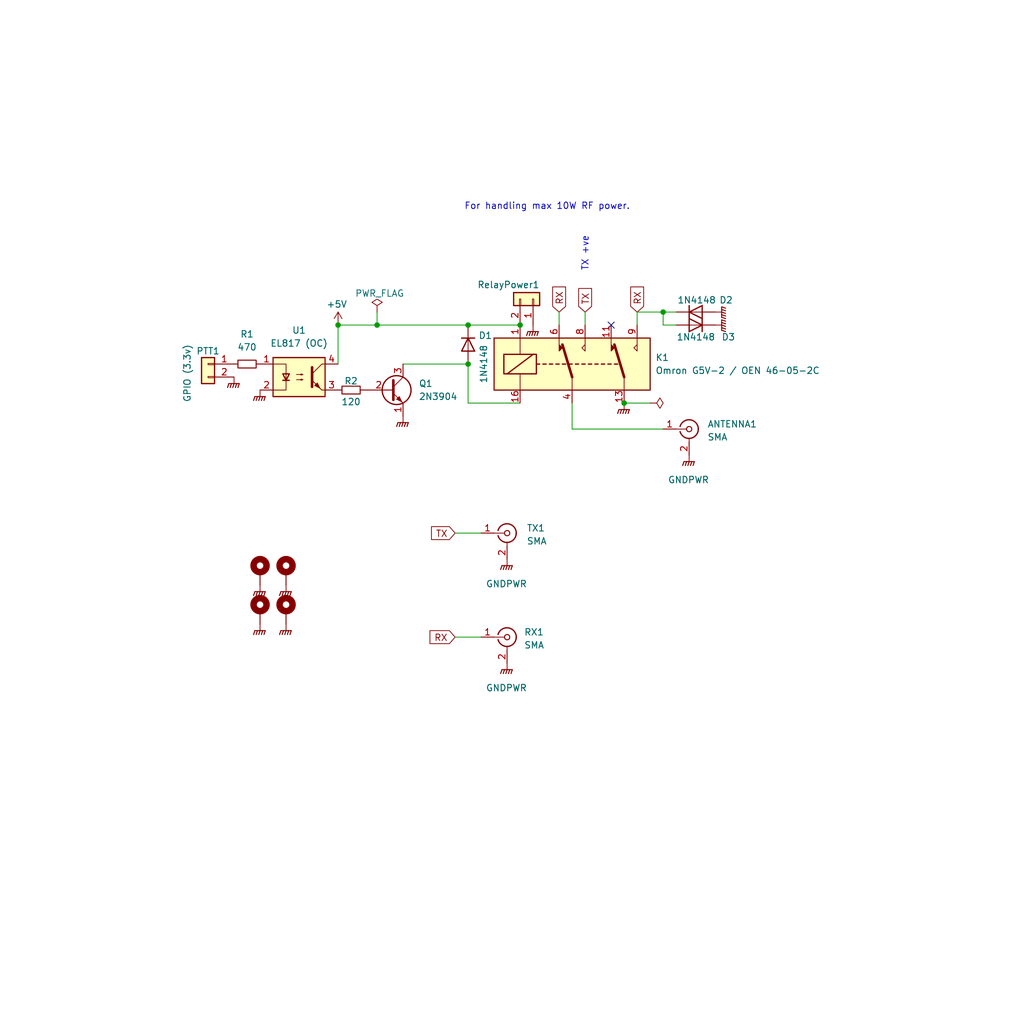
<source format=kicad_sch>
(kicad_sch (version 20230121) (generator eeschema)
  (paper "User" 200.025 200.025)
  (title_block (title "PTT-Controlled T/R Switch") (date "2022-04-23") (rev "v0.01") (company "Author: Dhiru Kholia (VU3CER)"))
  (lib_symbols
    (symbol "Connector:Conn_Coaxial" (pin_names (offset 1.016) hide)
      (property "Reference" "J" (at 0.254 3.048 0))
      (property "Value" "Conn_Coaxial" (at 2.921 0 90))
      (symbol "Conn_Coaxial_0_1"
        (arc (start -1.778 -0.508) (mid 0.2311 -1.8066) (end 1.778 0) (stroke (width 0.254)))
        (polyline (pts (xy -2.54 0) (xy -0.508 0)))
        (polyline (pts (xy 0 -2.54) (xy 0 -1.778)))
        (circle (center 0 0) (radius 0.508) (stroke (width 0.2032)))
        (arc (start 1.778 0) (mid 0.2099 1.8101) (end -1.778 0.508) (stroke (width 0.254)))
      )
      (symbol "Conn_Coaxial_1_1"
        (pin passive line (at -5.08 0 0) (length 2.54) (name "In") (number "1"))
        (pin passive line (at 0 -5.08 90) (length 2.54) (name "Ext") (number "2"))
      )
    )
    (symbol "Connector_Generic:Conn_01x02" (pin_names (offset 1.016) hide)
      (property "Reference" "J" (at 0 2.54 0))
      (property "Value" "Conn_01x02" (at 0 -5.08 0))
      (symbol "Conn_01x02_1_1"
        (rectangle (start -1.27 -2.413) (end 0 -2.667) (stroke (width 0.1524)))
        (rectangle (start -1.27 0.127) (end 0 -0.127) (stroke (width 0.1524)))
        (rectangle (start -1.27 1.27) (end 1.27 -3.81) (stroke (width 0.254)) (fill (type background)))
        (pin passive line (at -5.08 0 0) (length 3.81) (name "Pin_1") (number "1"))
        (pin passive line (at -5.08 -2.54 0) (length 3.81) (name "Pin_2") (number "2"))
      )
    )
    (symbol "Device:R_Small" (pin_numbers hide) (pin_names (offset 0.254) hide)
      (property "Reference" "R" (at 0.762 0.508 0))
      (property "Value" "R_Small" (at 0.762 -1.016 0))
      (symbol "R_Small_0_1"
        (rectangle (start -0.762 1.778) (end 0.762 -1.778) (stroke (width 0.2032)))
      )
      (symbol "R_Small_1_1"
        (pin passive line (at 0 2.54 270) (length 0.762) (name "~") (number "1"))
        (pin passive line (at 0 -2.54 90) (length 0.762) (name "~") (number "2"))
      )
    )
    (symbol "Diode:1N4148" (pin_numbers hide) (pin_names hide)
      (property "Reference" "D" (at 0 2.54 0))
      (property "Value" "1N4148" (at 0 -2.54 0))
      (symbol "1N4148_0_1"
        (polyline (pts (xy -1.27 1.27) (xy -1.27 -1.27)) (stroke (width 0.254)))
        (polyline (pts (xy 1.27 0) (xy -1.27 0)))
        (polyline (pts (xy 1.27 1.27) (xy 1.27 -1.27) (xy -1.27 0) (xy 1.27 1.27)) (stroke (width 0.254)))
      )
      (symbol "1N4148_1_1"
        (pin passive line (at -3.81 0 0) (length 2.54) (name "K") (number "1"))
        (pin passive line (at 3.81 0 180) (length 2.54) (name "A") (number "2"))
      )
    )
    (symbol "Isolator:EL817" (pin_names (offset 1.016))
      (property "Reference" "U" (at -5.08 5.08 0))
      (property "Value" "EL817" (at 0 5.08 0))
      (symbol "EL817_0_1"
        (rectangle (start -5.08 3.81) (end 5.08 -3.81) (stroke (width 0.254)) (fill (type background)))
        (polyline (pts (xy -3.175 -0.635) (xy -1.905 -0.635)) (stroke (width 0.254)))
        (polyline (pts (xy 2.54 0.635) (xy 4.445 2.54)))
        (polyline (pts (xy 4.445 -2.54) (xy 2.54 -0.635)) (fill (type outline)))
        (polyline (pts (xy 4.445 -2.54) (xy 5.08 -2.54)))
        (polyline (pts (xy 4.445 2.54) (xy 5.08 2.54)))
        (polyline (pts (xy -5.08 2.54) (xy -2.54 2.54) (xy -2.54 -0.635)))
        (polyline (pts (xy -2.54 -0.635) (xy -2.54 -2.54) (xy -5.08 -2.54)))
        (polyline (pts (xy 2.54 1.905) (xy 2.54 -1.905) (xy 2.54 -1.905)) (stroke (width 0.508)))
        (polyline (pts (xy -2.54 -0.635) (xy -3.175 0.635) (xy -1.905 0.635) (xy -2.54 -0.635)) (stroke (width 0.254)))
        (polyline (pts (xy -0.508 -0.508) (xy 0.762 -0.508) (xy 0.381 -0.635) (xy 0.381 -0.381) (xy 0.762 -0.508)))
        (polyline (pts (xy -0.508 0.508) (xy 0.762 0.508) (xy 0.381 0.381) (xy 0.381 0.635) (xy 0.762 0.508)))
        (polyline (pts (xy 3.048 -1.651) (xy 3.556 -1.143) (xy 4.064 -2.159) (xy 3.048 -1.651) (xy 3.048 -1.651)) (fill (type outline)))
      )
      (symbol "EL817_1_1"
        (pin passive line (at -7.62 2.54 0) (length 2.54) (name "~") (number "1"))
        (pin passive line (at -7.62 -2.54 0) (length 2.54) (name "~") (number "2"))
        (pin passive line (at 7.62 -2.54 180) (length 2.54) (name "~") (number "3"))
        (pin passive line (at 7.62 2.54 180) (length 2.54) (name "~") (number "4"))
      )
    )
    (symbol "Mechanical:MountingHole_Pad" (pin_numbers hide) (pin_names (offset 1.016) hide)
      (property "Reference" "H" (at 0 6.35 0))
      (property "Value" "MountingHole_Pad" (at 0 4.445 0))
      (symbol "MountingHole_Pad_0_1"
        (circle (center 0 1.27) (radius 1.27) (stroke (width 1.27)))
      )
      (symbol "MountingHole_Pad_1_1"
        (pin input line (at 0 -2.54 90) (length 2.54) (name "1") (number "1"))
      )
    )
    (symbol "Relay:G5V-2"
      (property "Reference" "K" (at 16.51 3.81 0))
      (property "Value" "G5V-2" (at 16.51 1.27 0))
      (symbol "G5V-2_0_1"
        (rectangle (start -15.24 5.08) (end 15.24 -5.08) (stroke (width 0.254)) (fill (type background)))
        (rectangle (start -13.335 1.905) (end -6.985 -1.905) (stroke (width 0.254)))
        (polyline (pts (xy -12.7 -1.905) (xy -7.62 1.905)) (stroke (width 0.254)))
        (polyline (pts (xy -10.16 -5.08) (xy -10.16 -1.905)))
        (polyline (pts (xy -10.16 5.08) (xy -10.16 1.905)))
        (polyline (pts (xy -6.985 0) (xy -6.35 0)) (stroke (width 0.254)))
        (polyline (pts (xy -5.715 0) (xy -5.08 0)) (stroke (width 0.254)))
        (polyline (pts (xy -4.445 0) (xy -3.81 0)) (stroke (width 0.254)))
        (polyline (pts (xy -3.175 0) (xy -2.54 0)) (stroke (width 0.254)))
        (polyline (pts (xy -1.905 0) (xy -1.27 0)) (stroke (width 0.254)))
        (polyline (pts (xy -0.635 0) (xy 0 0)) (stroke (width 0.254)))
        (polyline (pts (xy 0 -2.54) (xy -1.905 3.81)) (stroke (width 0.508)))
        (polyline (pts (xy 0 -2.54) (xy 0 -5.08)))
        (polyline (pts (xy 0.635 0) (xy 1.27 0)) (stroke (width 0.254)))
        (polyline (pts (xy 1.905 0) (xy 2.54 0)) (stroke (width 0.254)))
        (polyline (pts (xy 3.175 0) (xy 3.81 0)) (stroke (width 0.254)))
        (polyline (pts (xy 4.445 0) (xy 5.08 0)) (stroke (width 0.254)))
        (polyline (pts (xy 5.715 0) (xy 6.35 0)) (stroke (width 0.254)))
        (polyline (pts (xy 6.985 0) (xy 7.62 0)) (stroke (width 0.254)))
        (polyline (pts (xy 8.255 0) (xy 8.89 0)) (stroke (width 0.254)))
        (polyline (pts (xy 10.16 -2.54) (xy 8.255 3.81)) (stroke (width 0.508)))
        (polyline (pts (xy 10.16 -2.54) (xy 10.16 -5.08)))
        (polyline (pts (xy -2.54 5.08) (xy -2.54 2.54) (xy -1.905 3.175) (xy -2.54 3.81)) (fill (type outline)))
        (polyline (pts (xy 2.54 5.08) (xy 2.54 2.54) (xy 1.905 3.175) (xy 2.54 3.81)))
        (polyline (pts (xy 7.62 5.08) (xy 7.62 2.54) (xy 8.255 3.175) (xy 7.62 3.81)) (fill (type outline)))
        (polyline (pts (xy 12.7 5.08) (xy 12.7 2.54) (xy 12.065 3.175) (xy 12.7 3.81)))
      )
      (symbol "G5V-2_1_1"
        (pin passive line (at -10.16 7.62 270) (length 2.54) (name "~") (number "1"))
        (pin passive line (at 7.62 7.62 270) (length 2.54) (name "~") (number "11"))
        (pin passive line (at 10.16 -7.62 90) (length 2.54) (name "~") (number "13"))
        (pin passive line (at -10.16 -7.62 90) (length 2.54) (name "~") (number "16"))
        (pin passive line (at 0 -7.62 90) (length 2.54) (name "~") (number "4"))
        (pin passive line (at -2.54 7.62 270) (length 2.54) (name "~") (number "6"))
        (pin passive line (at 2.54 7.62 270) (length 2.54) (name "~") (number "8"))
        (pin passive line (at 12.7 7.62 270) (length 2.54) (name "~") (number "9"))
      )
    )
    (symbol "Transistor_BJT:2N3904" (pin_names (offset 0) hide)
      (property "Reference" "Q" (at 5.08 1.905 0))
      (property "Value" "2N3904" (at 5.08 0 0))
      (symbol "2N3904_0_1"
        (polyline (pts (xy 0.635 0.635) (xy 2.54 2.54)))
        (polyline (pts (xy 0.635 -0.635) (xy 2.54 -2.54) (xy 2.54 -2.54)))
        (polyline (pts (xy 0.635 1.905) (xy 0.635 -1.905) (xy 0.635 -1.905)) (stroke (width 0.508)))
        (polyline (pts (xy 1.27 -1.778) (xy 1.778 -1.27) (xy 2.286 -2.286) (xy 1.27 -1.778) (xy 1.27 -1.778)) (fill (type outline)))
        (circle (center 1.27 0) (radius 2.8194) (stroke (width 0.254)))
      )
      (symbol "2N3904_1_1"
        (pin passive line (at 2.54 -5.08 90) (length 2.54) (name "E") (number "1"))
        (pin passive line (at -5.08 0 0) (length 5.715) (name "B") (number "2"))
        (pin passive line (at 2.54 5.08 270) (length 2.54) (name "C") (number "3"))
      )
    )
    (symbol "power:+5V" (power) (pin_names (offset 0))
      (property "Value" "+5V" (at 0 3.556 0))
      (symbol "+5V_0_1"
        (polyline (pts (xy -0.762 1.27) (xy 0 2.54)))
        (polyline (pts (xy 0 0) (xy 0 2.54)))
        (polyline (pts (xy 0 2.54) (xy 0.762 1.27)))
      )
      (symbol "+5V_1_1"
        (pin power_in line (at 0 0 90) (length 0) hide (name "+5V") (number "1"))
      )
    )
    (symbol "power:GNDPWR" (power) (pin_names (offset 0))
      (property "Value" "GNDPWR" (at 0 -3.302 0))
      (symbol "GNDPWR_0_1"
        (polyline (pts (xy 0 -1.27) (xy 0 0)))
        (polyline (pts (xy -1.016 -1.27) (xy -1.27 -2.032) (xy -1.27 -2.032)) (stroke (width 0.2032)))
        (polyline (pts (xy -0.508 -1.27) (xy -0.762 -2.032) (xy -0.762 -2.032)) (stroke (width 0.2032)))
        (polyline (pts (xy 0 -1.27) (xy -0.254 -2.032) (xy -0.254 -2.032)) (stroke (width 0.2032)))
        (polyline (pts (xy 0.508 -1.27) (xy 0.254 -2.032) (xy 0.254 -2.032)) (stroke (width 0.2032)))
        (polyline (pts (xy 1.016 -1.27) (xy -1.016 -1.27) (xy -1.016 -1.27)) (stroke (width 0.2032)))
        (polyline (pts (xy 1.016 -1.27) (xy 0.762 -2.032) (xy 0.762 -2.032) (xy 0.762 -2.032)) (stroke (width 0.2032)))
      )
      (symbol "GNDPWR_1_1"
        (pin power_in line (at 0 0 270) (length 0) hide (name "GNDPWR") (number "1"))
      )
    )
    (symbol "power:PWR_FLAG" (power) (pin_numbers hide) (pin_names (offset 0) hide)
      (property "Value" "PWR_FLAG" (at 0 3.81 0))
      (symbol "PWR_FLAG_0_0"
        (pin power_out line (at 0 0 90) (length 0) (name "pwr") (number "1"))
      )
      (symbol "PWR_FLAG_0_1"
        (polyline (pts (xy 0 0) (xy 0 1.27) (xy -1.016 1.905) (xy 0 2.54) (xy 1.016 1.905) (xy 0 1.27)))
      )
    )
  )
  (junction (at 91.44 63.5))
  (junction (at 121.92 78.74))
  (junction (at 91.44 71.12))
  (junction (at 101.6 63.5))
  (junction (at 129.54 60.96))
  (junction (at 73.66 63.5))
  (junction (at 66.04 63.5))
  (no_connect (at 119.38 63.5))
  (wire (pts (xy 111.76 83.82) (xy 129.54 83.82)))
  (wire (pts (xy 88.9 104.14) (xy 93.98 104.14)))
  (wire (pts (xy 124.46 60.96) (xy 129.54 60.96)))
  (wire (pts (xy 121.92 78.74) (xy 127 78.74)))
  (wire (pts (xy 66.04 71.12) (xy 66.04 63.5)))
  (wire (pts (xy 124.46 60.96) (xy 124.46 63.5)))
  (wire (pts (xy 73.66 63.5) (xy 91.44 63.5)))
  (wire (pts (xy 114.3 60.96) (xy 114.3 63.5)))
  (wire (pts (xy 109.22 60.96) (xy 109.22 63.5)))
  (wire (pts (xy 88.9 124.46) (xy 93.98 124.46)))
  (wire (pts (xy 129.54 63.5) (xy 129.54 60.96)))
  (wire (pts (xy 91.44 78.74) (xy 101.6 78.74)))
  (wire (pts (xy 91.44 71.12) (xy 91.44 78.74)))
  (wire (pts (xy 111.76 78.74) (xy 111.76 83.82)))
  (wire (pts (xy 78.74 71.12) (xy 91.44 71.12)))
  (wire (pts (xy 73.66 60.96) (xy 73.66 63.5)))
  (wire (pts (xy 66.04 63.5) (xy 73.66 63.5)))
  (wire (pts (xy 91.44 63.5) (xy 101.6 63.5)))
  (wire (pts (xy 129.54 60.96) (xy 132.08 60.96)))
  (wire (pts (xy 132.08 63.5) (xy 129.54 63.5)))
  (text "TX +ve" (at 115.062 53.086 90) (effects (font (size 1.27 1.27)) (justify left bottom)))
  (text "For handling max 10W RF power." (at 90.678 41.148 0) (effects (font (size 1.27 1.27)) (justify left bottom)))
  (global_label "RX" (shape input) (at 109.22 60.96 90) (property "Intersheetrefs" "${INTERSHEET_REFS}" (effects hide)))
  (global_label "RX" (shape input) (at 88.9 124.46 180) (property "Intersheetrefs" "${INTERSHEET_REFS}" (effects hide)))
  (global_label "TX" (shape input) (at 114.3 60.96 90) (property "Intersheetrefs" "${INTERSHEET_REFS}" (effects hide)))
  (global_label "TX" (shape input) (at 88.9 104.14 180) (property "Intersheetrefs" "${INTERSHEET_REFS}" (effects hide)))
  (global_label "RX" (shape input) (at 124.46 60.96 90) (property "Intersheetrefs" "${INTERSHEET_REFS}" (effects hide)))
  (symbol (lib_id "power:PWR_FLAG") (at 73.66 60.96 0) (unit 1)
    (property "Reference" "#FLG01" (effects hide))
    (property "Value" "PWR_FLAG" (at 74.168 57.3024 0))
  )
  (symbol (lib_id "power:GNDPWR") (at 99.06 109.22 0) (unit 1)
    (property "Reference" "#PWR0101" (effects hide))
    (property "Value" "GNDPWR" (at 98.933 114.046 0))
  )
  (symbol (lib_id "Device:R_Small") (at 68.58 76.2 90) (unit 1)
    (property "Reference" "R2" (at 68.58 74.422 90))
    (property "Value" "120" (at 68.58 78.486 90))
    (property "Footprint" "Resistor_SMD:R_1206_3216Metric_Pad1.30x1.75mm_HandSolder" (effects hide))
  )
  (symbol (lib_id "Diode:1N4148") (at 135.89 60.96 0) (unit 1)
    (property "Reference" "D2" (at 141.8336 58.6232 0))
    (property "Value" "1N4148" (at 136.0932 58.6232 0))
    (property "Footprint" "Diode_THT:D_DO-35_SOD27_P2.54mm_Vertical_KathodeUp" (effects hide))
    (property "Datasheet" "https://assets.nexperia.com/documents/data-sheet/1N4148_1N4448.pdf" (effects hide))
    (property "Sim.Device" "D" (effects hide))
    (property "Sim.Pins" "1=K 2=A" (effects hide))
  )
  (symbol (lib_id "power:GNDPWR") (at 50.8 114.3 0) (unit 1)
    (property "Reference" "#PWR0107" (effects hide))
    (property "Value" "GNDPWR" (effects hide))
  )
  (symbol (lib_id "Transistor_BJT:2N3904") (at 76.2 76.2 0) (unit 1)
    (property "Reference" "Q1" (at 81.788 74.9299 0) (effects (justify left)))
    (property "Value" "2N3904" (at 81.788 77.4699 0) (effects (justify left)))
    (property "Footprint" "Connector_PinSocket_2.54mm:PinSocket_1x03_P2.54mm_Vertical" (effects hide))
    (property "Datasheet" "https://www.onsemi.com/pub/Collateral/2N3903-D.PDF" (effects hide))
  )
  (symbol (lib_id "power:GNDPWR") (at 50.8 121.92 0) (unit 1)
    (property "Reference" "#PWR0106" (effects hide))
    (property "Value" "GNDPWR" (effects hide))
  )
  (symbol (lib_id "power:GNDPWR") (at 104.14 63.5 0) (unit 1)
    (property "Reference" "#PWR05" (effects hide))
    (property "Value" "GNDPWR" (effects hide))
  )
  (symbol (lib_id "power:+5V") (at 66.04 63.5 0) (unit 1)
    (property "Reference" "#PWR0104" (effects hide))
    (property "Value" "+5V" (at 65.786 59.436 0))
  )
  (symbol (lib_id "Device:R_Small") (at 48.26 71.12 90) (unit 1)
    (property "Reference" "R1" (at 48.26 65.278 90))
    (property "Value" "470" (at 48.26 67.818 90))
    (property "Footprint" "Resistor_SMD:R_1206_3216Metric_Pad1.30x1.75mm_HandSolder" (effects hide))
  )
  (symbol (lib_id "power:GNDPWR") (at 50.8 76.2 0) (unit 1)
    (property "Reference" "#PWR02" (effects hide))
    (property "Value" "GNDPWR" (effects hide))
  )
  (symbol (lib_id "power:GNDPWR") (at 134.62 88.9 0) (unit 1)
    (property "Reference" "#PWR07" (effects hide))
    (property "Value" "GNDPWR" (at 134.493 93.726 0))
  )
  (symbol (lib_id "power:GNDPWR") (at 121.92 78.74 0) (unit 1)
    (property "Reference" "#PWR06" (effects hide))
    (property "Value" "GNDPWR" (effects hide))
  )
  (symbol (lib_id "Connector:Conn_Coaxial") (at 134.62 83.82 0) (unit 1)
    (property "Reference" "ANTENNA1" (at 138.176 82.8431 0) (effects (justify left)))
    (property "Value" "SMA" (at 138.176 85.3831 0) (effects (justify left)))
    (property "Footprint" "Connector_Coaxial:SMA_Amphenol_901-144_Vertical" (effects hide))
    (property "Datasheet" " ~" (effects hide))
  )
  (symbol (lib_id "Connector_Generic:Conn_01x02") (at 40.64 71.12 0) (mirror y) (unit 1)
    (property "Reference" "PTT1" (at 40.64 68.58 0))
    (property "Value" "GPIO (3.3v)" (at 36.576 72.898 90))
    (property "Footprint" "Connector_PinHeader_2.54mm:PinHeader_1x02_P2.54mm_Vertical" (effects hide))
  )
  (symbol (lib_id "Mechanical:MountingHole_Pad") (at 55.88 119.38 0) (unit 1)
    (property "Reference" "H4" (effects hide))
    (property "Value" "MountingHole" (effects hide))
    (property "Footprint" "MountingHole:MountingHole_2.2mm_M2_Pad" (effects hide))
  )
  (symbol (lib_id "power:GNDPWR") (at 55.88 121.92 0) (unit 1)
    (property "Reference" "#PWR0108" (effects hide))
    (property "Value" "GNDPWR" (effects hide))
  )
  (symbol (lib_id "power:GNDPWR") (at 139.7 60.96 90) (unit 1)
    (property "Reference" "#PWR03" (effects hide))
    (property "Value" "GNDPWR" (effects hide))
  )
  (symbol (lib_id "power:GNDPWR") (at 99.06 129.54 0) (unit 1)
    (property "Reference" "#PWR0102" (effects hide))
    (property "Value" "GNDPWR" (at 98.933 134.366 0))
  )
  (symbol (lib_id "Connector_Generic:Conn_01x02") (at 104.14 58.42 270) (mirror x) (unit 1)
    (property "Reference" "RELAY_POWER1" (effects hide))
    (property "Value" "RelayPower1" (at 99.314 55.626 90))
    (property "Footprint" "Connector_PinHeader_2.54mm:PinHeader_1x02_P2.54mm_Vertical" (effects hide))
  )
  (symbol (lib_id "Mechanical:MountingHole_Pad") (at 55.88 111.76 0) (unit 1)
    (property "Reference" "H2" (effects hide))
    (property "Value" "MountingHole" (effects hide))
    (property "Footprint" "MountingHole:MountingHole_2.2mm_M2_Pad" (effects hide))
  )
  (symbol (lib_id "power:PWR_FLAG") (at 127 78.74 270) (unit 1)
    (property "Reference" "#FLG02" (effects hide))
    (property "Value" "PWR_FLAG" (effects hide))
  )
  (symbol (lib_id "power:GNDPWR") (at 45.72 73.66 0) (unit 1)
    (property "Reference" "#PWR01" (effects hide))
    (property "Value" "GNDPWR" (effects hide))
  )
  (symbol (lib_id "power:GNDPWR") (at 139.7 63.5 90) (unit 1)
    (property "Reference" "#PWR04" (effects hide))
    (property "Value" "GNDPWR" (effects hide))
  )
  (symbol (lib_id "power:GNDPWR") (at 78.74 81.28 0) (unit 1)
    (property "Reference" "#PWR0103" (effects hide))
    (property "Value" "GNDPWR" (effects hide))
  )
  (symbol (lib_id "Relay:G5V-2") (at 111.76 71.12 0) (unit 1)
    (property "Reference" "K1" (at 128.016 69.8499 0) (effects (justify left)))
    (property "Value" "Omron G5V-2 / OEN 46-05-2C" (at 128.016 72.3899 0) (effects (justify left)))
    (property "Footprint" "Relay_THT:Relay_DPDT_Omron_G5V-2" (effects hide))
    (property "Datasheet" "http://omronfs.omron.com/en_US/ecb/products/pdf/en-g5v_2.pdf" (effects hide))
  )
  (symbol (lib_id "Connector:Conn_Coaxial") (at 99.06 124.46 0) (unit 1)
    (property "Reference" "RX1" (at 102.362 123.4831 0) (effects (justify left)))
    (property "Value" "SMA" (at 102.362 126.0231 0) (effects (justify left)))
    (property "Footprint" "Connector_Coaxial:SMA_Amphenol_901-144_Vertical" (effects hide))
    (property "Datasheet" " ~" (effects hide))
  )
  (symbol (lib_id "Isolator:EL817") (at 58.42 73.66 0) (unit 1)
    (property "Reference" "U1" (at 58.42 64.516 0))
    (property "Value" "EL817 (OC)" (at 58.42 67.056 0))
    (property "Footprint" "Package_DIP:DIP-4_W7.62mm" (effects hide))
    (property "Datasheet" "http://www.everlight.com/file/ProductFile/EL817.pdf" (effects hide))
  )
  (symbol (lib_id "power:GNDPWR") (at 55.88 114.3 0) (unit 1)
    (property "Reference" "#PWR0105" (effects hide))
    (property "Value" "GNDPWR" (effects hide))
  )
  (symbol (lib_id "Connector:Conn_Coaxial") (at 99.06 104.14 0) (unit 1)
    (property "Reference" "TX1" (at 102.87 103.1631 0) (effects (justify left)))
    (property "Value" "SMA" (at 102.87 105.7031 0) (effects (justify left)))
    (property "Footprint" "Connector_Coaxial:SMA_Amphenol_901-144_Vertical" (effects hide))
    (property "Datasheet" " ~" (effects hide))
  )
  (symbol (lib_id "Mechanical:MountingHole_Pad") (at 50.8 119.38 0) (unit 1)
    (property "Reference" "H3" (effects hide))
    (property "Value" "MountingHole" (effects hide))
    (property "Footprint" "MountingHole:MountingHole_2.2mm_M2_Pad" (effects hide))
  )
  (symbol (lib_id "Mechanical:MountingHole_Pad") (at 50.8 111.76 0) (unit 1)
    (property "Reference" "H1" (effects hide))
    (property "Value" "MountingHole" (effects hide))
    (property "Footprint" "MountingHole:MountingHole_2.2mm_M2_Pad" (effects hide))
  )
  (symbol (lib_id "Diode:1N4148") (at 135.89 63.5 180) (unit 1)
    (property "Reference" "D3" (at 142.2908 65.8368 0))
    (property "Value" "1N4148" (at 135.9408 65.8368 0))
    (property "Footprint" "Diode_THT:D_DO-35_SOD27_P2.54mm_Vertical_KathodeUp" (effects hide))
    (property "Datasheet" "https://assets.nexperia.com/documents/data-sheet/1N4148_1N4448.pdf" (effects hide))
    (property "Sim.Device" "D" (effects hide))
    (property "Sim.Pins" "1=K 2=A" (effects hide))
  )
  (symbol (lib_id "Diode:1N4148") (at 91.44 67.31 270) (unit 1)
    (property "Reference" "D1" (at 93.472 65.532 90) (effects (justify left)))
    (property "Value" "1N4148" (at 94.488 67.31 0) (effects (justify left)))
    (property "Footprint" "Diode_THT:D_DO-35_SOD27_P2.54mm_Vertical_KathodeUp" (effects hide))
    (property "Datasheet" "https://assets.nexperia.com/documents/data-sheet/1N4148_1N4448.pdf" (effects hide))
    (property "Sim.Device" "D" (effects hide))
    (property "Sim.Pins" "1=K 2=A" (effects hide))
  )
)
</source>
